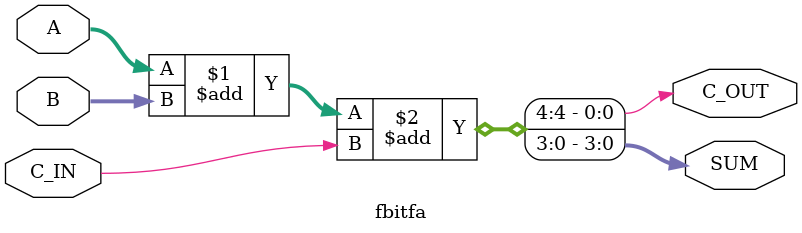
<source format=v>
module fbitfa (
    A,B,C_IN,C_OUT,SUM
);
    input [3:0]A,B;
    input C_IN;
    output [3:0]SUM;
    output C_OUT;

    assign {C_OUT,SUM}=A+B+C_IN;
endmodule
</source>
